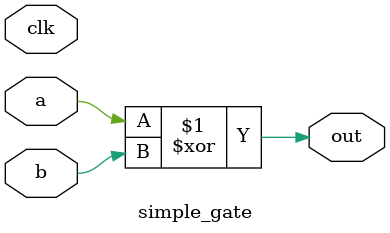
<source format=v>
module simple_gate(
  inout clk, // unused
  input a,
  input b,
  output out
);

  assign out = a^b;

endmodule

</source>
